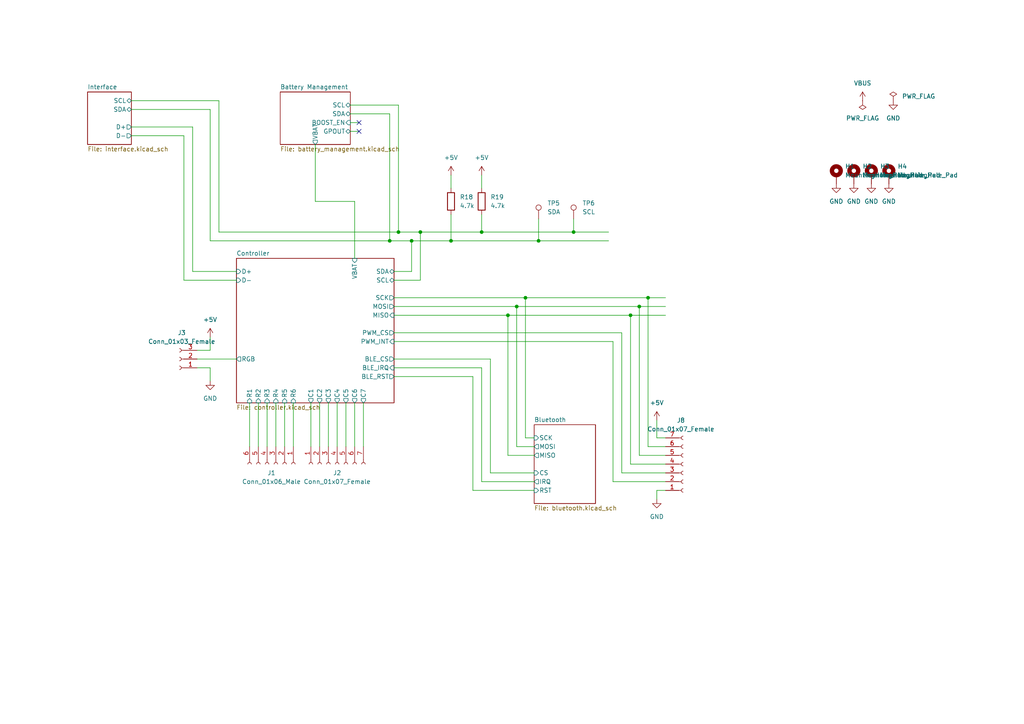
<source format=kicad_sch>
(kicad_sch (version 20211123) (generator eeschema)
  (paper "A4")
  (lib_symbols
    (symbol "Connector:Conn_01x03_Female" (pin_names (offset 1.016) hide)
      (property "Reference" "J" (at 0 5.08 0))
      (property "Value" "Conn_01x03_Female" (at 0 -5.08 0))
      (symbol "Conn_01x03_Female_1_1"
        (arc (start 0 -2.032) (mid -0.508 -2.54) (end 0 -3.048) (stroke (width 0.1524)))
        (polyline (pts (xy -1.27 -2.54) (xy -0.508 -2.54)) (stroke (width 0.1524)))
        (polyline (pts (xy -1.27 0) (xy -0.508 0)) (stroke (width 0.1524)))
        (polyline (pts (xy -1.27 2.54) (xy -0.508 2.54)) (stroke (width 0.1524)))
        (arc (start 0 0.508) (mid -0.508 0) (end 0 -0.508) (stroke (width 0.1524)))
        (arc (start 0 3.048) (mid -0.508 2.54) (end 0 2.032) (stroke (width 0.1524)))
        (pin passive line (at -5.08 2.54 0) (length 3.81) (name "Pin_1") (number "1"))
        (pin passive line (at -5.08 0 0) (length 3.81) (name "Pin_2") (number "2"))
        (pin passive line (at -5.08 -2.54 0) (length 3.81) (name "Pin_3") (number "3"))
      )
    )
    (symbol "Connector:Conn_01x06_Female" (pin_names (offset 1.016) hide)
      (property "Reference" "J" (at 0 7.62 0))
      (property "Value" "Conn_01x06_Female" (at 0 -10.16 0))
      (symbol "Conn_01x06_Female_1_1"
        (arc (start 0 -7.112) (mid -0.508 -7.62) (end 0 -8.128) (stroke (width 0.1524)))
        (arc (start 0 -4.572) (mid -0.508 -5.08) (end 0 -5.588) (stroke (width 0.1524)))
        (arc (start 0 -2.032) (mid -0.508 -2.54) (end 0 -3.048) (stroke (width 0.1524)))
        (polyline (pts (xy -1.27 -7.62) (xy -0.508 -7.62)) (stroke (width 0.1524)))
        (polyline (pts (xy -1.27 -5.08) (xy -0.508 -5.08)) (stroke (width 0.1524)))
        (polyline (pts (xy -1.27 -2.54) (xy -0.508 -2.54)) (stroke (width 0.1524)))
        (polyline (pts (xy -1.27 0) (xy -0.508 0)) (stroke (width 0.1524)))
        (polyline (pts (xy -1.27 2.54) (xy -0.508 2.54)) (stroke (width 0.1524)))
        (polyline (pts (xy -1.27 5.08) (xy -0.508 5.08)) (stroke (width 0.1524)))
        (arc (start 0 0.508) (mid -0.508 0) (end 0 -0.508) (stroke (width 0.1524)))
        (arc (start 0 3.048) (mid -0.508 2.54) (end 0 2.032) (stroke (width 0.1524)))
        (arc (start 0 5.588) (mid -0.508 5.08) (end 0 4.572) (stroke (width 0.1524)))
        (pin passive line (at -5.08 5.08 0) (length 3.81) (name "Pin_1") (number "1"))
        (pin passive line (at -5.08 2.54 0) (length 3.81) (name "Pin_2") (number "2"))
        (pin passive line (at -5.08 0 0) (length 3.81) (name "Pin_3") (number "3"))
        (pin passive line (at -5.08 -2.54 0) (length 3.81) (name "Pin_4") (number "4"))
        (pin passive line (at -5.08 -5.08 0) (length 3.81) (name "Pin_5") (number "5"))
        (pin passive line (at -5.08 -7.62 0) (length 3.81) (name "Pin_6") (number "6"))
      )
    )
    (symbol "Connector:Conn_01x07_Female" (pin_names (offset 1.016) hide)
      (property "Reference" "J" (at 0 10.16 0))
      (property "Value" "Conn_01x07_Female" (at 0 -10.16 0))
      (symbol "Conn_01x07_Female_1_1"
        (arc (start 0 -7.112) (mid -0.508 -7.62) (end 0 -8.128) (stroke (width 0.1524)))
        (arc (start 0 -4.572) (mid -0.508 -5.08) (end 0 -5.588) (stroke (width 0.1524)))
        (arc (start 0 -2.032) (mid -0.508 -2.54) (end 0 -3.048) (stroke (width 0.1524)))
        (polyline (pts (xy -1.27 -7.62) (xy -0.508 -7.62)) (stroke (width 0.1524)))
        (polyline (pts (xy -1.27 -5.08) (xy -0.508 -5.08)) (stroke (width 0.1524)))
        (polyline (pts (xy -1.27 -2.54) (xy -0.508 -2.54)) (stroke (width 0.1524)))
        (polyline (pts (xy -1.27 0) (xy -0.508 0)) (stroke (width 0.1524)))
        (polyline (pts (xy -1.27 2.54) (xy -0.508 2.54)) (stroke (width 0.1524)))
        (polyline (pts (xy -1.27 5.08) (xy -0.508 5.08)) (stroke (width 0.1524)))
        (polyline (pts (xy -1.27 7.62) (xy -0.508 7.62)) (stroke (width 0.1524)))
        (arc (start 0 0.508) (mid -0.508 0) (end 0 -0.508) (stroke (width 0.1524)))
        (arc (start 0 3.048) (mid -0.508 2.54) (end 0 2.032) (stroke (width 0.1524)))
        (arc (start 0 5.588) (mid -0.508 5.08) (end 0 4.572) (stroke (width 0.1524)))
        (arc (start 0 8.128) (mid -0.508 7.62) (end 0 7.112) (stroke (width 0.1524)))
        (pin passive line (at -5.08 7.62 0) (length 3.81) (name "Pin_1") (number "1"))
        (pin passive line (at -5.08 5.08 0) (length 3.81) (name "Pin_2") (number "2"))
        (pin passive line (at -5.08 2.54 0) (length 3.81) (name "Pin_3") (number "3"))
        (pin passive line (at -5.08 0 0) (length 3.81) (name "Pin_4") (number "4"))
        (pin passive line (at -5.08 -2.54 0) (length 3.81) (name "Pin_5") (number "5"))
        (pin passive line (at -5.08 -5.08 0) (length 3.81) (name "Pin_6") (number "6"))
        (pin passive line (at -5.08 -7.62 0) (length 3.81) (name "Pin_7") (number "7"))
      )
    )
    (symbol "Connector:TestPoint" (pin_numbers hide) (pin_names (offset 0.762) hide)
      (property "Reference" "TP" (at 0 6.858 0))
      (property "Value" "TestPoint" (at 0 5.08 0))
      (symbol "TestPoint_0_1"
        (circle (center 0 3.302) (radius 0.762))
      )
      (symbol "TestPoint_1_1"
        (pin passive line (at 0 0 90) (length 2.54) (name "1") (number "1"))
      )
    )
    (symbol "Device:R" (pin_numbers hide) (pin_names (offset 0))
      (property "Reference" "R" (at 2.032 0 90))
      (property "Value" "R" (at 0 0 90))
      (symbol "R_0_1"
        (rectangle (start -1.016 -2.54) (end 1.016 2.54) (stroke (width 0.254)))
      )
      (symbol "R_1_1"
        (pin passive line (at 0 3.81 270) (length 1.27) (name "~") (number "1"))
        (pin passive line (at 0 -3.81 90) (length 1.27) (name "~") (number "2"))
      )
    )
    (symbol "Mechanical:MountingHole_Pad" (pin_numbers hide) (pin_names (offset 1.016) hide)
      (property "Reference" "H" (at 0 6.35 0))
      (property "Value" "MountingHole_Pad" (at 0 4.445 0))
      (symbol "MountingHole_Pad_0_1"
        (circle (center 0 1.27) (radius 1.27) (stroke (width 1.27)))
      )
      (symbol "MountingHole_Pad_1_1"
        (pin input line (at 0 -2.54 90) (length 2.54) (name "1") (number "1"))
      )
    )
    (symbol "power:+5V" (power) (pin_names (offset 0))
      (property "Value" "+5V" (at 0 3.556 0))
      (symbol "+5V_0_1"
        (polyline (pts (xy -0.762 1.27) (xy 0 2.54)))
        (polyline (pts (xy 0 0) (xy 0 2.54)))
        (polyline (pts (xy 0 2.54) (xy 0.762 1.27)))
      )
      (symbol "+5V_1_1"
        (pin power_in line (at 0 0 90) (length 0) hide (name "+5V") (number "1"))
      )
    )
    (symbol "power:GND" (power) (pin_names (offset 0))
      (property "Value" "GND" (at 0 -3.81 0))
      (symbol "GND_0_1"
        (polyline (pts (xy 0 0) (xy 0 -1.27) (xy 1.27 -1.27) (xy 0 -2.54) (xy -1.27 -1.27) (xy 0 -1.27)))
      )
      (symbol "GND_1_1"
        (pin power_in line (at 0 0 270) (length 0) hide (name "GND") (number "1"))
      )
    )
    (symbol "power:PWR_FLAG" (power) (pin_numbers hide) (pin_names (offset 0) hide)
      (property "Value" "PWR_FLAG" (at 0 3.81 0))
      (symbol "PWR_FLAG_0_0"
        (pin power_out line (at 0 0 90) (length 0) (name "pwr") (number "1"))
      )
      (symbol "PWR_FLAG_0_1"
        (polyline (pts (xy 0 0) (xy 0 1.27) (xy -1.016 1.905) (xy 0 2.54) (xy 1.016 1.905) (xy 0 1.27)))
      )
    )
    (symbol "power:VBUS" (power) (pin_names (offset 0))
      (property "Value" "VBUS" (at 0 3.81 0))
      (symbol "VBUS_0_1"
        (polyline (pts (xy -0.762 1.27) (xy 0 2.54)))
        (polyline (pts (xy 0 0) (xy 0 2.54)))
        (polyline (pts (xy 0 2.54) (xy 0.762 1.27)))
      )
      (symbol "VBUS_1_1"
        (pin power_in line (at 0 0 90) (length 0) hide (name "VBUS") (number "1"))
      )
    )
  )
  (junction (at 147.32 91.44))
  (junction (at 166.37 67.31))
  (junction (at 156.21 69.85))
  (junction (at 113.03 69.85))
  (junction (at 152.4 86.36))
  (junction (at 130.81 69.85))
  (junction (at 187.96 86.36))
  (junction (at 182.88 91.44))
  (junction (at 119.38 69.85))
  (junction (at 185.42 88.9))
  (junction (at 139.7 67.31))
  (junction (at 149.86 88.9))
  (junction (at 121.92 67.31))
  (junction (at 115.57 67.31))
  (no_connect (at 104.14 38.1))
  (no_connect (at 104.14 35.56))
  (wire (pts (xy 119.38 69.85) (xy 130.81 69.85)))
  (wire (pts (xy 130.81 62.23) (xy 130.81 69.85)))
  (wire (pts (xy 101.6 30.48) (xy 115.57 30.48)))
  (wire (pts (xy 149.86 88.9) (xy 185.42 88.9)))
  (wire (pts (xy 57.15 104.14) (xy 68.58 104.14)))
  (wire (pts (xy 82.55 116.84) (xy 82.55 129.54)))
  (wire (pts (xy 142.24 137.16) (xy 142.24 104.14)))
  (wire (pts (xy 91.44 41.91) (xy 91.44 58.42)))
  (wire (pts (xy 193.04 142.24) (xy 190.5 142.24)))
  (wire (pts (xy 193.04 134.62) (xy 182.88 134.62)))
  (wire (pts (xy 60.96 101.6) (xy 60.96 97.79)))
  (wire (pts (xy 154.94 127) (xy 152.4 127)))
  (wire (pts (xy 80.01 116.84) (xy 80.01 129.54)))
  (wire (pts (xy 187.96 129.54) (xy 187.96 86.36)))
  (wire (pts (xy 77.47 116.84) (xy 77.47 129.54)))
  (wire (pts (xy 130.81 50.8) (xy 130.81 54.61)))
  (wire (pts (xy 85.09 116.84) (xy 85.09 129.54)))
  (wire (pts (xy 114.3 88.9) (xy 149.86 88.9)))
  (wire (pts (xy 92.71 116.84) (xy 92.71 129.54)))
  (wire (pts (xy 177.8 139.7) (xy 177.8 99.06)))
  (wire (pts (xy 113.03 69.85) (xy 119.38 69.85)))
  (wire (pts (xy 190.5 142.24) (xy 190.5 144.78)))
  (wire (pts (xy 115.57 67.31) (xy 121.92 67.31)))
  (wire (pts (xy 60.96 69.85) (xy 113.03 69.85)))
  (wire (pts (xy 91.44 58.42) (xy 102.87 58.42)))
  (wire (pts (xy 113.03 33.02) (xy 113.03 69.85)))
  (wire (pts (xy 139.7 106.68) (xy 114.3 106.68)))
  (wire (pts (xy 190.5 127) (xy 193.04 127)))
  (wire (pts (xy 114.3 109.22) (xy 137.16 109.22)))
  (wire (pts (xy 139.7 67.31) (xy 166.37 67.31)))
  (wire (pts (xy 63.5 67.31) (xy 115.57 67.31)))
  (wire (pts (xy 156.21 69.85) (xy 176.53 69.85)))
  (wire (pts (xy 190.5 121.92) (xy 190.5 127)))
  (wire (pts (xy 38.1 29.21) (xy 63.5 29.21)))
  (wire (pts (xy 121.92 67.31) (xy 139.7 67.31)))
  (wire (pts (xy 180.34 137.16) (xy 180.34 96.52)))
  (wire (pts (xy 193.04 137.16) (xy 180.34 137.16)))
  (wire (pts (xy 139.7 139.7) (xy 154.94 139.7)))
  (wire (pts (xy 193.04 132.08) (xy 185.42 132.08)))
  (wire (pts (xy 105.41 116.84) (xy 105.41 129.54)))
  (wire (pts (xy 95.25 116.84) (xy 95.25 129.54)))
  (wire (pts (xy 53.34 39.37) (xy 53.34 81.28)))
  (wire (pts (xy 57.15 106.68) (xy 60.96 106.68)))
  (wire (pts (xy 55.88 36.83) (xy 55.88 78.74)))
  (wire (pts (xy 185.42 88.9) (xy 193.04 88.9)))
  (wire (pts (xy 38.1 39.37) (xy 53.34 39.37)))
  (wire (pts (xy 154.94 132.08) (xy 147.32 132.08)))
  (wire (pts (xy 149.86 129.54) (xy 149.86 88.9)))
  (wire (pts (xy 114.3 81.28) (xy 121.92 81.28)))
  (wire (pts (xy 38.1 36.83) (xy 55.88 36.83)))
  (wire (pts (xy 187.96 86.36) (xy 193.04 86.36)))
  (wire (pts (xy 63.5 29.21) (xy 63.5 67.31)))
  (wire (pts (xy 55.88 78.74) (xy 68.58 78.74)))
  (wire (pts (xy 193.04 139.7) (xy 177.8 139.7)))
  (wire (pts (xy 101.6 33.02) (xy 113.03 33.02)))
  (wire (pts (xy 147.32 91.44) (xy 182.88 91.44)))
  (wire (pts (xy 114.3 86.36) (xy 152.4 86.36)))
  (wire (pts (xy 100.33 116.84) (xy 100.33 129.54)))
  (wire (pts (xy 177.8 99.06) (xy 114.3 99.06)))
  (wire (pts (xy 142.24 104.14) (xy 114.3 104.14)))
  (wire (pts (xy 74.93 116.84) (xy 74.93 129.54)))
  (wire (pts (xy 166.37 63.5) (xy 166.37 67.31)))
  (wire (pts (xy 90.17 116.84) (xy 90.17 129.54)))
  (wire (pts (xy 154.94 129.54) (xy 149.86 129.54)))
  (wire (pts (xy 185.42 88.9) (xy 185.42 132.08)))
  (wire (pts (xy 166.37 67.31) (xy 176.53 67.31)))
  (wire (pts (xy 147.32 132.08) (xy 147.32 91.44)))
  (wire (pts (xy 38.1 31.75) (xy 60.96 31.75)))
  (wire (pts (xy 152.4 127) (xy 152.4 86.36)))
  (wire (pts (xy 114.3 78.74) (xy 119.38 78.74)))
  (wire (pts (xy 72.39 116.84) (xy 72.39 129.54)))
  (wire (pts (xy 60.96 106.68) (xy 60.96 110.49)))
  (wire (pts (xy 154.94 137.16) (xy 142.24 137.16)))
  (wire (pts (xy 102.87 58.42) (xy 102.87 74.93)))
  (wire (pts (xy 97.79 116.84) (xy 97.79 129.54)))
  (wire (pts (xy 182.88 91.44) (xy 182.88 134.62)))
  (wire (pts (xy 193.04 129.54) (xy 187.96 129.54)))
  (wire (pts (xy 119.38 78.74) (xy 119.38 69.85)))
  (wire (pts (xy 139.7 139.7) (xy 139.7 106.68)))
  (wire (pts (xy 130.81 69.85) (xy 156.21 69.85)))
  (wire (pts (xy 115.57 30.48) (xy 115.57 67.31)))
  (wire (pts (xy 180.34 96.52) (xy 114.3 96.52)))
  (wire (pts (xy 139.7 50.8) (xy 139.7 54.61)))
  (wire (pts (xy 154.94 142.24) (xy 137.16 142.24)))
  (wire (pts (xy 102.87 116.84) (xy 102.87 129.54)))
  (wire (pts (xy 152.4 86.36) (xy 187.96 86.36)))
  (wire (pts (xy 114.3 91.44) (xy 147.32 91.44)))
  (wire (pts (xy 57.15 101.6) (xy 60.96 101.6)))
  (wire (pts (xy 156.21 63.5) (xy 156.21 69.85)))
  (wire (pts (xy 101.6 38.1) (xy 104.14 38.1)))
  (wire (pts (xy 137.16 142.24) (xy 137.16 109.22)))
  (wire (pts (xy 139.7 62.23) (xy 139.7 67.31)))
  (wire (pts (xy 53.34 81.28) (xy 68.58 81.28)))
  (wire (pts (xy 60.96 31.75) (xy 60.96 69.85)))
  (wire (pts (xy 101.6 35.56) (xy 104.14 35.56)))
  (wire (pts (xy 182.88 91.44) (xy 193.04 91.44)))
  (wire (pts (xy 121.92 81.28) (xy 121.92 67.31)))
  (symbol (lib_id "Mechanical:MountingHole_Pad") (at 242.57 50.8 0) (unit 1)
    (property "Reference" "H1" (at 245.11 48.2599 0) (effects (justify left)))
    (property "Value" "MountingHole_Pad" (at 245.11 50.7999 0) (effects (justify left)))
    (property "Footprint" "MountingHole:MountingHole_2.2mm_M2_Pad_Via" (effects hide))
  )
  (symbol (lib_id "power:+5V") (at 130.81 50.8 0) (unit 1)
    (property "Reference" "#PWR0136" (effects hide))
    (property "Value" "+5V" (at 130.81 45.72 0))
  )
  (symbol (lib_id "Mechanical:MountingHole_Pad") (at 247.65 50.8 0) (unit 1)
    (property "Reference" "H2" (at 250.19 48.2599 0) (effects (justify left)))
    (property "Value" "MountingHole_Pad" (at 250.19 50.7999 0) (effects (justify left)))
    (property "Footprint" "MountingHole:MountingHole_2.2mm_M2_Pad_Via" (effects hide))
  )
  (symbol (lib_id "power:GND") (at 60.96 110.49 0) (unit 1)
    (property "Reference" "#PWR0146" (effects hide))
    (property "Value" "GND" (at 60.96 115.57 0))
  )
  (symbol (lib_id "Mechanical:MountingHole_Pad") (at 257.81 50.8 0) (unit 1)
    (property "Reference" "H4" (at 260.35 48.2599 0) (effects (justify left)))
    (property "Value" "MountingHole_Pad" (at 260.35 50.7999 0) (effects (justify left)))
    (property "Footprint" "MountingHole:MountingHole_2.2mm_M2_Pad_Via" (effects hide))
  )
  (symbol (lib_id "Device:R") (at 139.7 58.42 0) (unit 1)
    (property "Reference" "R19" (at 142.24 57.1499 0) (effects (justify left)))
    (property "Value" "4.7k" (at 142.24 59.6899 0) (effects (justify left)))
    (property "Footprint" "Resistor_SMD:R_0603_1608Metric" (effects hide))
  )
  (symbol (lib_id "power:VBUS") (at 250.19 29.21 0) (unit 1)
    (property "Reference" "#PWR0147" (effects hide))
    (property "Value" "VBUS" (at 250.19 24.13 0))
  )
  (symbol (lib_id "Connector:TestPoint") (at 166.37 63.5 0) (unit 1)
    (property "Reference" "TP6" (at 168.91 58.9279 0) (effects (justify left)))
    (property "Value" "SCL" (at 168.91 61.4679 0) (effects (justify left)))
    (property "Footprint" "TestPoint:TestPoint_Keystone_5019_Minature" (effects hide))
  )
  (symbol (lib_id "power:+5V") (at 60.96 97.79 0) (unit 1)
    (property "Reference" "#PWR0145" (effects hide))
    (property "Value" "+5V" (at 60.96 92.71 0))
  )
  (symbol (lib_id "Connector:Conn_01x07_Female") (at 97.79 134.62 90) (mirror x) (unit 1)
    (property "Reference" "J2" (at 97.79 137.16 90))
    (property "Value" "Conn_01x07_Female" (at 97.79 139.7 90))
    (property "Footprint" "Connector_JST:JST_PH_B7B-PH-K_1x07_P2.00mm_Vertical" (effects hide))
  )
  (symbol (lib_id "Connector:Conn_01x06_Female") (at 80.01 134.62 270) (unit 1)
    (property "Reference" "J1" (at 78.74 137.16 90))
    (property "Value" "Conn_01x06_Male" (at 78.74 139.7 90))
    (property "Footprint" "Connector_JST:JST_PH_B6B-PH-K_1x06_P2.00mm_Vertical" (effects hide))
  )
  (symbol (lib_id "power:+5V") (at 139.7 50.8 0) (unit 1)
    (property "Reference" "#PWR0137" (effects hide))
    (property "Value" "+5V" (at 139.7 45.72 0))
  )
  (symbol (lib_id "power:GND") (at 247.65 53.34 0) (unit 1)
    (property "Reference" "#PWR0194" (effects hide))
    (property "Value" "GND" (at 247.65 58.42 0))
  )
  (symbol (lib_id "Connector:TestPoint") (at 156.21 63.5 0) (unit 1)
    (property "Reference" "TP5" (at 158.75 58.9279 0) (effects (justify left)))
    (property "Value" "SDA" (at 158.75 61.4679 0) (effects (justify left)))
    (property "Footprint" "TestPoint:TestPoint_Keystone_5019_Minature" (effects hide))
  )
  (symbol (lib_id "power:GND") (at 259.08 29.21 0) (unit 1)
    (property "Reference" "#PWR0148" (effects hide))
    (property "Value" "GND" (at 259.08 34.29 0))
  )
  (symbol (lib_id "Connector:Conn_01x03_Female") (at 52.07 104.14 180) (unit 1)
    (property "Reference" "J3" (at 52.705 96.52 0))
    (property "Value" "Conn_01x03_Female" (at 52.705 99.06 0))
    (property "Footprint" "Connector_JST:JST_PH_B3B-PH-K_1x03_P2.00mm_Vertical" (effects hide))
  )
  (symbol (lib_id "power:GND") (at 190.5 144.78 0) (unit 1)
    (property "Reference" "#PWR0191" (effects hide))
    (property "Value" "GND" (at 190.5 149.86 0))
  )
  (symbol (lib_id "power:+5V") (at 190.5 121.92 0) (unit 1)
    (property "Reference" "#PWR0190" (effects hide))
    (property "Value" "+5V" (at 190.5 116.84 0))
  )
  (symbol (lib_id "power:GND") (at 252.73 53.34 0) (unit 1)
    (property "Reference" "#PWR0195" (effects hide))
    (property "Value" "GND" (at 252.73 58.42 0))
  )
  (symbol (lib_id "Device:R") (at 130.81 58.42 0) (unit 1)
    (property "Reference" "R18" (at 133.35 57.1499 0) (effects (justify left)))
    (property "Value" "4.7k" (at 133.35 59.6899 0) (effects (justify left)))
    (property "Footprint" "Resistor_SMD:R_0603_1608Metric" (effects hide))
  )
  (symbol (lib_id "power:PWR_FLAG") (at 250.19 29.21 180) (unit 1)
    (property "Reference" "#FLG0101" (effects hide))
    (property "Value" "PWR_FLAG" (at 250.19 34.29 0))
  )
  (symbol (lib_id "power:PWR_FLAG") (at 259.08 29.21 0) (unit 1)
    (property "Reference" "#FLG0102" (effects hide))
    (property "Value" "PWR_FLAG" (at 261.62 27.9399 0) (effects (justify left)))
  )
  (symbol (lib_id "Mechanical:MountingHole_Pad") (at 252.73 50.8 0) (unit 1)
    (property "Reference" "H3" (at 255.27 48.2599 0) (effects (justify left)))
    (property "Value" "MountingHole_Pad" (at 255.27 50.7999 0) (effects (justify left)))
    (property "Footprint" "MountingHole:MountingHole_2.2mm_M2_Pad_Via" (effects hide))
  )
  (symbol (lib_id "power:GND") (at 242.57 53.34 0) (unit 1)
    (property "Reference" "#PWR0193" (effects hide))
    (property "Value" "GND" (at 242.57 58.42 0))
  )
  (symbol (lib_id "Connector:Conn_01x07_Female") (at 198.12 134.62 0) (mirror x) (unit 1)
    (property "Reference" "J8" (at 197.485 121.92 0))
    (property "Value" "Conn_01x07_Female" (at 197.485 124.46 0))
    (property "Footprint" "Connector_JST:JST_PH_B7B-PH-K_1x07_P2.00mm_Vertical" (effects hide))
  )
  (symbol (lib_id "power:GND") (at 257.81 53.34 0) (unit 1)
    (property "Reference" "#PWR0196" (effects hide))
    (property "Value" "GND" (at 257.81 58.42 0))
  )
  (sheet (at 81.28 26.67) (size 20.32 15.24) (stroke (width 0.1524))
    (property "Sheet name" "Battery Management" (at 81.28 25.9584 0) (effects (justify left bottom)))
    (property "Sheet file" "battery_management.kicad_sch" (at 81.28 42.4946 0) (effects (justify left top)))
    (pin "SCL" bidirectional (at 101.6 30.48 0))
    (pin "GPOUT" bidirectional (at 101.6 38.1 0))
    (pin "SDA" bidirectional (at 101.6 33.02 0))
    (pin "VBAT" output (at 91.44 41.91 270))
    (pin "BOOST_EN" input (at 101.6 35.56 0))
  )
  (sheet (at 154.94 123.19) (size 17.78 22.86) (stroke (width 0.1524))
    (property "Sheet name" "Bluetooth" (at 154.94 122.4784 0) (effects (justify left bottom)))
    (property "Sheet file" "bluetooth.kicad_sch" (at 154.94 146.6346 0) (effects (justify left top)))
    (pin "SCK" input (at 154.94 127 180))
    (pin "CS" input (at 154.94 137.16 180))
    (pin "RST" input (at 154.94 142.24 180))
    (pin "IRQ" output (at 154.94 139.7 180))
    (pin "MISO" output (at 154.94 132.08 180))
    (pin "MOSI" output (at 154.94 129.54 180))
  )
  (sheet (at 68.58 74.93) (size 45.72 41.91) (stroke (width 0.1524))
    (property "Sheet name" "Controller" (at 68.58 74.2184 0) (effects (justify left bottom)))
    (property "Sheet file" "controller.kicad_sch" (at 68.58 117.4246 0) (effects (justify left top)))
    (pin "BLE_IRQ" input (at 114.3 106.68 0))
    (pin "C4" output (at 97.79 116.84 270))
    (pin "C5" output (at 100.33 116.84 270))
    (pin "R1" input (at 72.39 116.84 270))
    (pin "R2" input (at 74.93 116.84 270))
    (pin "R3" input (at 77.47 116.84 270))
    (pin "R4" input (at 80.01 116.84 270))
    (pin "R5" input (at 82.55 116.84 270))
    (pin "R6" input (at 85.09 116.84 270))
    (pin "BLE_RST" output (at 114.3 109.22 0))
    (pin "C1" output (at 90.17 116.84 270))
    (pin "C2" output (at 92.71 116.84 270))
    (pin "C3" output (at 95.25 116.84 270))
    (pin "D+" input (at 68.58 78.74 180))
    (pin "D-" input (at 68.58 81.28 180))
    (pin "MOSI" output (at 114.3 88.9 0))
    (pin "SCK" output (at 114.3 86.36 0))
    (pin "PWM_CS" output (at 114.3 96.52 0))
    (pin "SDA" bidirectional (at 114.3 78.74 0))
    (pin "SCL" bidirectional (at 114.3 81.28 0))
    (pin "MISO" input (at 114.3 91.44 0))
    (pin "BLE_CS" output (at 114.3 104.14 0))
    (pin "C6" output (at 102.87 116.84 270))
    (pin "C7" output (at 105.41 116.84 270))
    (pin "RGB" output (at 68.58 104.14 180))
    (pin "PWM_INT" input (at 114.3 99.06 0))
    (pin "VBAT" input (at 102.87 74.93 90))
  )
  (sheet (at 25.4 26.67) (size 12.7 15.24) (stroke (width 0.1524))
    (property "Sheet name" "Interface" (at 25.4 25.9584 0) (effects (justify left bottom)))
    (property "Sheet file" "interface.kicad_sch" (at 25.4 42.4946 0) (effects (justify left top)))
    (pin "D-" output (at 38.1 39.37 0))
    (pin "D+" output (at 38.1 36.83 0))
    (pin "SDA" bidirectional (at 38.1 31.75 0))
    (pin "SCL" bidirectional (at 38.1 29.21 0))
  )
)
</source>
